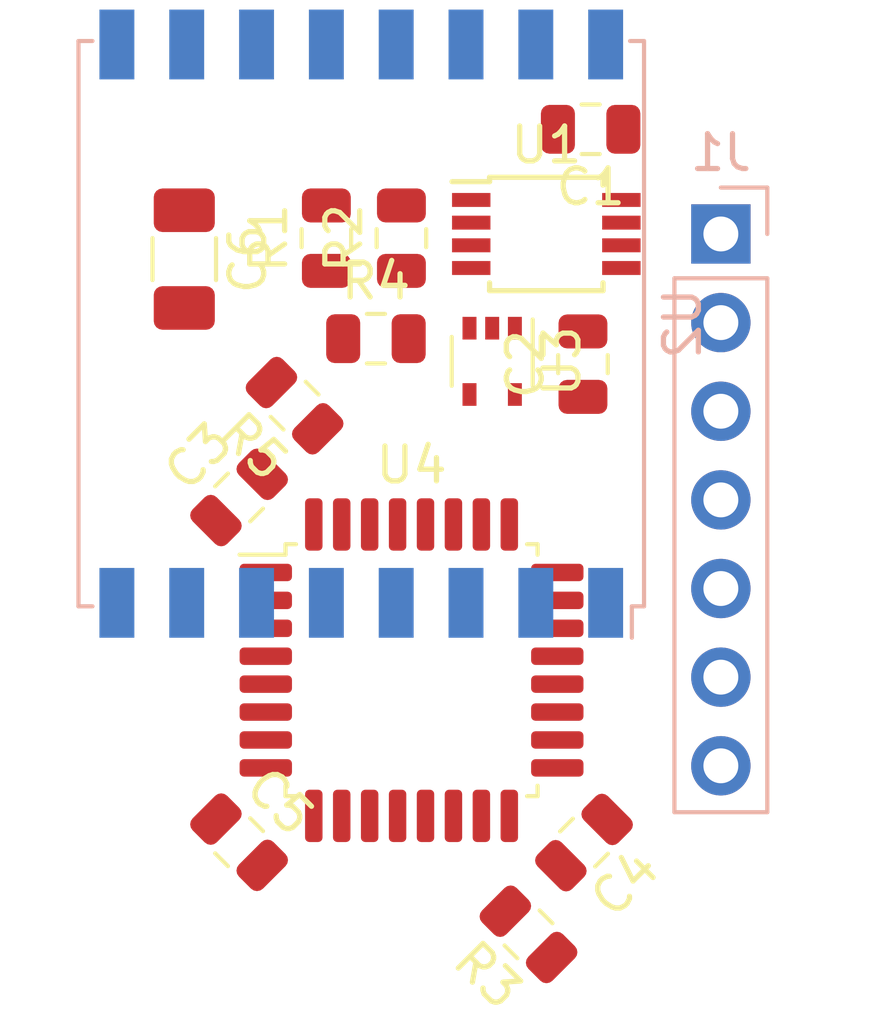
<source format=kicad_pcb>
(kicad_pcb (version 20171130) (host pcbnew 5.1.5)

  (general
    (thickness 1.6)
    (drawings 0)
    (tracks 0)
    (zones 0)
    (modules 16)
    (nets 40)
  )

  (page USLetter)
  (title_block
    (title "GL-AR750S-Ext LoRa Module")
    (date 2020-01-11)
    (rev v01)
    (company "Brian Salcedo")
  )

  (layers
    (0 F.Cu signal)
    (31 B.Cu signal)
    (32 B.Adhes user)
    (33 F.Adhes user)
    (34 B.Paste user)
    (35 F.Paste user)
    (36 B.SilkS user)
    (37 F.SilkS user)
    (38 B.Mask user)
    (39 F.Mask user)
    (40 Dwgs.User user)
    (41 Cmts.User user)
    (42 Eco1.User user)
    (43 Eco2.User user)
    (44 Edge.Cuts user)
    (45 Margin user)
    (46 B.CrtYd user)
    (47 F.CrtYd user)
    (48 B.Fab user)
    (49 F.Fab user)
  )

  (setup
    (last_trace_width 0.25)
    (trace_clearance 0.2)
    (zone_clearance 0.508)
    (zone_45_only no)
    (trace_min 0.2)
    (via_size 0.8)
    (via_drill 0.4)
    (via_min_size 0.4)
    (via_min_drill 0.3)
    (uvia_size 0.3)
    (uvia_drill 0.1)
    (uvias_allowed no)
    (uvia_min_size 0.2)
    (uvia_min_drill 0.1)
    (edge_width 0.05)
    (segment_width 0.2)
    (pcb_text_width 0.3)
    (pcb_text_size 1.5 1.5)
    (mod_edge_width 0.12)
    (mod_text_size 1 1)
    (mod_text_width 0.15)
    (pad_size 1.524 1.524)
    (pad_drill 0.762)
    (pad_to_mask_clearance 0.051)
    (solder_mask_min_width 0.25)
    (aux_axis_origin 0 0)
    (visible_elements FFFFFF7F)
    (pcbplotparams
      (layerselection 0x010fc_ffffffff)
      (usegerberextensions false)
      (usegerberattributes false)
      (usegerberadvancedattributes false)
      (creategerberjobfile false)
      (excludeedgelayer true)
      (linewidth 0.100000)
      (plotframeref false)
      (viasonmask false)
      (mode 1)
      (useauxorigin false)
      (hpglpennumber 1)
      (hpglpenspeed 20)
      (hpglpendiameter 15.000000)
      (psnegative false)
      (psa4output false)
      (plotreference true)
      (plotvalue true)
      (plotinvisibletext false)
      (padsonsilk false)
      (subtractmaskfromsilk false)
      (outputformat 1)
      (mirror false)
      (drillshape 1)
      (scaleselection 1)
      (outputdirectory ""))
  )

  (net 0 "")
  (net 1 "Net-(U1-Pad1)")
  (net 2 "Net-(R5-Pad1)")
  (net 3 "Net-(U1-Pad3)")
  (net 4 GND)
  (net 5 "Net-(U1-Pad5)")
  (net 6 /SCL)
  (net 7 /SDA)
  (net 8 +3V3)
  (net 9 "Net-(U4-Pad2)")
  (net 10 "Net-(U4-Pad3)")
  (net 11 "Net-(R4-Pad2)")
  (net 12 "Net-(U4-Pad6)")
  (net 13 "Net-(U4-Pad7)")
  (net 14 "Net-(U4-Pad8)")
  (net 15 /RESET)
  (net 16 /NSS)
  (net 17 /SCK)
  (net 18 /MISO)
  (net 19 /MOSI)
  (net 20 /DIO0)
  (net 21 /DIO2)
  (net 22 "Net-(U4-Pad18)")
  (net 23 /RXD)
  (net 24 /TXD)
  (net 25 "Net-(U4-Pad21)")
  (net 26 "Net-(U4-Pad22)")
  (net 27 "Net-(U4-Pad23)")
  (net 28 "Net-(U4-Pad24)")
  (net 29 "Net-(U4-Pad25)")
  (net 30 "Net-(U4-Pad26)")
  (net 31 "Net-(U4-Pad27)")
  (net 32 "Net-(U4-Pad28)")
  (net 33 "Net-(U4-Pad29)")
  (net 34 "Net-(U4-Pad30)")
  (net 35 "Net-(AE1-Pad1)")
  (net 36 "Net-(U2-Pad15)")
  (net 37 "Net-(U2-Pad12)")
  (net 38 "Net-(U2-Pad11)")
  (net 39 "Net-(U2-Pad7)")

  (net_class Default "This is the default net class."
    (clearance 0.2)
    (trace_width 0.25)
    (via_dia 0.8)
    (via_drill 0.4)
    (uvia_dia 0.3)
    (uvia_drill 0.1)
    (add_net +3V3)
    (add_net /DIO0)
    (add_net /DIO2)
    (add_net /MISO)
    (add_net /MOSI)
    (add_net /NSS)
    (add_net /RESET)
    (add_net /RXD)
    (add_net /SCK)
    (add_net /SCL)
    (add_net /SDA)
    (add_net /TXD)
    (add_net GND)
    (add_net "Net-(AE1-Pad1)")
    (add_net "Net-(R4-Pad2)")
    (add_net "Net-(R5-Pad1)")
    (add_net "Net-(U1-Pad1)")
    (add_net "Net-(U1-Pad3)")
    (add_net "Net-(U1-Pad5)")
    (add_net "Net-(U2-Pad11)")
    (add_net "Net-(U2-Pad12)")
    (add_net "Net-(U2-Pad15)")
    (add_net "Net-(U2-Pad7)")
    (add_net "Net-(U4-Pad18)")
    (add_net "Net-(U4-Pad2)")
    (add_net "Net-(U4-Pad21)")
    (add_net "Net-(U4-Pad22)")
    (add_net "Net-(U4-Pad23)")
    (add_net "Net-(U4-Pad24)")
    (add_net "Net-(U4-Pad25)")
    (add_net "Net-(U4-Pad26)")
    (add_net "Net-(U4-Pad27)")
    (add_net "Net-(U4-Pad28)")
    (add_net "Net-(U4-Pad29)")
    (add_net "Net-(U4-Pad3)")
    (add_net "Net-(U4-Pad30)")
    (add_net "Net-(U4-Pad6)")
    (add_net "Net-(U4-Pad7)")
    (add_net "Net-(U4-Pad8)")
  )

  (module Package_TO_SOT_SMD:SOT-353_SC-70-5 (layer F.Cu) (tedit 5A02FF57) (tstamp 5E1AD58E)
    (at 170.02 125.04 270)
    (descr "SOT-353, SC-70-5")
    (tags "SOT-353 SC-70-5")
    (path /5E282444)
    (attr smd)
    (fp_text reference U3 (at 0 -2 90) (layer F.SilkS)
      (effects (font (size 1 1) (thickness 0.15)))
    )
    (fp_text value 74AHC1G14 (at 0 2 270) (layer F.Fab)
      (effects (font (size 1 1) (thickness 0.15)))
    )
    (fp_line (start -0.175 -1.1) (end -0.675 -0.6) (layer F.Fab) (width 0.1))
    (fp_line (start 0.675 1.1) (end -0.675 1.1) (layer F.Fab) (width 0.1))
    (fp_line (start 0.675 -1.1) (end 0.675 1.1) (layer F.Fab) (width 0.1))
    (fp_line (start -1.6 1.4) (end 1.6 1.4) (layer F.CrtYd) (width 0.05))
    (fp_line (start -0.675 -0.6) (end -0.675 1.1) (layer F.Fab) (width 0.1))
    (fp_line (start 0.675 -1.1) (end -0.175 -1.1) (layer F.Fab) (width 0.1))
    (fp_line (start -1.6 -1.4) (end 1.6 -1.4) (layer F.CrtYd) (width 0.05))
    (fp_line (start -1.6 -1.4) (end -1.6 1.4) (layer F.CrtYd) (width 0.05))
    (fp_line (start 1.6 1.4) (end 1.6 -1.4) (layer F.CrtYd) (width 0.05))
    (fp_line (start -0.7 1.16) (end 0.7 1.16) (layer F.SilkS) (width 0.12))
    (fp_line (start 0.7 -1.16) (end -1.2 -1.16) (layer F.SilkS) (width 0.12))
    (fp_text user %R (at 0 0) (layer F.Fab)
      (effects (font (size 0.5 0.5) (thickness 0.075)))
    )
    (pad 5 smd rect (at 0.95 -0.65 270) (size 0.65 0.4) (layers F.Cu F.Paste F.Mask)
      (net 8 +3V3))
    (pad 4 smd rect (at 0.95 0.65 270) (size 0.65 0.4) (layers F.Cu F.Paste F.Mask)
      (net 11 "Net-(R4-Pad2)"))
    (pad 2 smd rect (at -0.95 0 270) (size 0.65 0.4) (layers F.Cu F.Paste F.Mask)
      (net 1 "Net-(U1-Pad1)"))
    (pad 3 smd rect (at -0.95 0.65 270) (size 0.65 0.4) (layers F.Cu F.Paste F.Mask)
      (net 4 GND))
    (pad 1 smd rect (at -0.95 -0.65 270) (size 0.65 0.4) (layers F.Cu F.Paste F.Mask))
    (model ${KISYS3DMOD}/Package_TO_SOT_SMD.3dshapes/SOT-353_SC-70-5.wrl
      (at (xyz 0 0 0))
      (scale (xyz 1 1 1))
      (rotate (xyz 0 0 0))
    )
  )

  (module RF_Module:HOPERF_RFM9XW_SMD (layer B.Cu) (tedit 5C227243) (tstamp 5E1AE85D)
    (at 166.27 123.96 90)
    (descr "Low Power Long Range Transceiver Module SMD-16 (https://www.hoperf.com/data/upload/portal/20181127/5bfcbea20e9ef.pdf)")
    (tags "LoRa Low Power Long Range Transceiver Module")
    (path /5E17184F)
    (attr smd)
    (fp_text reference U2 (at 0 9.2 270) (layer B.SilkS)
      (effects (font (size 1 1) (thickness 0.15)) (justify mirror))
    )
    (fp_text value RFM95W-915S2 (at 0 -9.5 270) (layer B.Fab)
      (effects (font (size 1 1) (thickness 0.15)) (justify mirror))
    )
    (fp_line (start -7 8) (end -8 7) (layer B.Fab) (width 0.1))
    (fp_line (start -8.1 7.75) (end -9 7.75) (layer B.SilkS) (width 0.12))
    (fp_line (start -8.1 8.1) (end -8.1 7.75) (layer B.SilkS) (width 0.12))
    (fp_line (start 8.1 -8.1) (end 8.1 -7.7) (layer B.SilkS) (width 0.12))
    (fp_line (start -8.1 -8.1) (end 8.1 -8.1) (layer B.SilkS) (width 0.12))
    (fp_line (start -8.1 -7.7) (end -8.1 -8.1) (layer B.SilkS) (width 0.12))
    (fp_line (start 8.1 8.1) (end 8.1 7.7) (layer B.SilkS) (width 0.12))
    (fp_line (start -8.1 8.1) (end 8.1 8.1) (layer B.SilkS) (width 0.12))
    (fp_line (start -9.25 -8.25) (end -9.25 8.25) (layer B.CrtYd) (width 0.05))
    (fp_line (start -9.25 -8.25) (end 9.25 -8.25) (layer B.CrtYd) (width 0.05))
    (fp_line (start 9.25 8.25) (end 9.25 -8.25) (layer B.CrtYd) (width 0.05))
    (fp_line (start -9.25 8.25) (end 9.25 8.25) (layer B.CrtYd) (width 0.05))
    (fp_text user %R (at 0 0 270) (layer B.Fab)
      (effects (font (size 1 1) (thickness 0.15)) (justify mirror))
    )
    (fp_line (start -8 -8) (end -8 7) (layer B.Fab) (width 0.1))
    (fp_line (start -8 -8) (end 8 -8) (layer B.Fab) (width 0.1))
    (fp_line (start 8 -8) (end 8 8) (layer B.Fab) (width 0.1))
    (fp_line (start -7 8) (end 8 8) (layer B.Fab) (width 0.1))
    (pad 16 smd rect (at 8 7 90) (size 2 1) (layers B.Cu B.Paste B.Mask)
      (net 21 /DIO2))
    (pad 15 smd rect (at 8 5 90) (size 2 1) (layers B.Cu B.Paste B.Mask)
      (net 36 "Net-(U2-Pad15)"))
    (pad 14 smd rect (at 8 3 90) (size 2 1) (layers B.Cu B.Paste B.Mask)
      (net 20 /DIO0))
    (pad 13 smd rect (at 8 1 90) (size 2 1) (layers B.Cu B.Paste B.Mask)
      (net 8 +3V3))
    (pad 12 smd rect (at 8 -1 90) (size 2 1) (layers B.Cu B.Paste B.Mask)
      (net 37 "Net-(U2-Pad12)"))
    (pad 11 smd rect (at 8 -3 90) (size 2 1) (layers B.Cu B.Paste B.Mask)
      (net 38 "Net-(U2-Pad11)"))
    (pad 10 smd rect (at 8 -5 90) (size 2 1) (layers B.Cu B.Paste B.Mask)
      (net 4 GND))
    (pad 9 smd rect (at 8 -7 90) (size 2 1) (layers B.Cu B.Paste B.Mask)
      (net 35 "Net-(AE1-Pad1)"))
    (pad 8 smd rect (at -8 -7 90) (size 2 1) (layers B.Cu B.Paste B.Mask)
      (net 4 GND))
    (pad 7 smd rect (at -8 -5 90) (size 2 1) (layers B.Cu B.Paste B.Mask)
      (net 39 "Net-(U2-Pad7)"))
    (pad 6 smd rect (at -8 -3 90) (size 2 1) (layers B.Cu B.Paste B.Mask)
      (net 15 /RESET))
    (pad 5 smd rect (at -8 -1 90) (size 2 1) (layers B.Cu B.Paste B.Mask)
      (net 16 /NSS))
    (pad 4 smd rect (at -8 1 90) (size 2 1) (layers B.Cu B.Paste B.Mask)
      (net 17 /SCK))
    (pad 3 smd rect (at -8 3 90) (size 2 1) (layers B.Cu B.Paste B.Mask)
      (net 19 /MOSI))
    (pad 2 smd rect (at -8 5 90) (size 2 1) (layers B.Cu B.Paste B.Mask)
      (net 18 /MISO))
    (pad 1 smd rect (at -8 7 90) (size 2 1) (layers B.Cu B.Paste B.Mask)
      (net 4 GND))
    (model ${KISYS3DMOD}/RF_Module.3dshapes/HOPERF_RFM9XW_SMD.wrl
      (at (xyz 0 0 0))
      (scale (xyz 1 1 1))
      (rotate (xyz 0 0 0))
    )
  )

  (module Resistor_SMD:R_0805_2012Metric (layer F.Cu) (tedit 5B36C52B) (tstamp 5E1AD51C)
    (at 164.36 126.31 135)
    (descr "Resistor SMD 0805 (2012 Metric), square (rectangular) end terminal, IPC_7351 nominal, (Body size source: https://docs.google.com/spreadsheets/d/1BsfQQcO9C6DZCsRaXUlFlo91Tg2WpOkGARC1WS5S8t0/edit?usp=sharing), generated with kicad-footprint-generator")
    (tags resistor)
    (path /5E288BE1)
    (attr smd)
    (fp_text reference R5 (at 0 -1.65 135) (layer F.SilkS)
      (effects (font (size 1 1) (thickness 0.15)))
    )
    (fp_text value 100K (at 0 1.65 135) (layer F.Fab)
      (effects (font (size 1 1) (thickness 0.15)))
    )
    (fp_text user %R (at 0 0 135) (layer F.Fab)
      (effects (font (size 0.5 0.5) (thickness 0.08)))
    )
    (fp_line (start 1.68 0.95) (end -1.68 0.95) (layer F.CrtYd) (width 0.05))
    (fp_line (start 1.68 -0.95) (end 1.68 0.95) (layer F.CrtYd) (width 0.05))
    (fp_line (start -1.68 -0.95) (end 1.68 -0.95) (layer F.CrtYd) (width 0.05))
    (fp_line (start -1.68 0.95) (end -1.68 -0.95) (layer F.CrtYd) (width 0.05))
    (fp_line (start -0.258578 0.71) (end 0.258578 0.71) (layer F.SilkS) (width 0.12))
    (fp_line (start -0.258578 -0.71) (end 0.258578 -0.71) (layer F.SilkS) (width 0.12))
    (fp_line (start 1 0.6) (end -1 0.6) (layer F.Fab) (width 0.1))
    (fp_line (start 1 -0.6) (end 1 0.6) (layer F.Fab) (width 0.1))
    (fp_line (start -1 -0.6) (end 1 -0.6) (layer F.Fab) (width 0.1))
    (fp_line (start -1 0.6) (end -1 -0.6) (layer F.Fab) (width 0.1))
    (pad 2 smd roundrect (at 0.9375 0 135) (size 0.975 1.4) (layers F.Cu F.Paste F.Mask) (roundrect_rratio 0.25)
      (net 4 GND))
    (pad 1 smd roundrect (at -0.9375 0 135) (size 0.975 1.4) (layers F.Cu F.Paste F.Mask) (roundrect_rratio 0.25)
      (net 2 "Net-(R5-Pad1)"))
    (model ${KISYS3DMOD}/Resistor_SMD.3dshapes/R_0805_2012Metric.wrl
      (at (xyz 0 0 0))
      (scale (xyz 1 1 1))
      (rotate (xyz 0 0 0))
    )
  )

  (module Resistor_SMD:R_0805_2012Metric (layer F.Cu) (tedit 5B36C52B) (tstamp 5E1AD50B)
    (at 166.69 124.39)
    (descr "Resistor SMD 0805 (2012 Metric), square (rectangular) end terminal, IPC_7351 nominal, (Body size source: https://docs.google.com/spreadsheets/d/1BsfQQcO9C6DZCsRaXUlFlo91Tg2WpOkGARC1WS5S8t0/edit?usp=sharing), generated with kicad-footprint-generator")
    (tags resistor)
    (path /5E286C6F)
    (attr smd)
    (fp_text reference R4 (at 0 -1.65) (layer F.SilkS)
      (effects (font (size 1 1) (thickness 0.15)))
    )
    (fp_text value 100K (at 0 1.65) (layer F.Fab)
      (effects (font (size 1 1) (thickness 0.15)))
    )
    (fp_text user %R (at 0 0) (layer F.Fab)
      (effects (font (size 0.5 0.5) (thickness 0.08)))
    )
    (fp_line (start 1.68 0.95) (end -1.68 0.95) (layer F.CrtYd) (width 0.05))
    (fp_line (start 1.68 -0.95) (end 1.68 0.95) (layer F.CrtYd) (width 0.05))
    (fp_line (start -1.68 -0.95) (end 1.68 -0.95) (layer F.CrtYd) (width 0.05))
    (fp_line (start -1.68 0.95) (end -1.68 -0.95) (layer F.CrtYd) (width 0.05))
    (fp_line (start -0.258578 0.71) (end 0.258578 0.71) (layer F.SilkS) (width 0.12))
    (fp_line (start -0.258578 -0.71) (end 0.258578 -0.71) (layer F.SilkS) (width 0.12))
    (fp_line (start 1 0.6) (end -1 0.6) (layer F.Fab) (width 0.1))
    (fp_line (start 1 -0.6) (end 1 0.6) (layer F.Fab) (width 0.1))
    (fp_line (start -1 -0.6) (end 1 -0.6) (layer F.Fab) (width 0.1))
    (fp_line (start -1 0.6) (end -1 -0.6) (layer F.Fab) (width 0.1))
    (pad 2 smd roundrect (at 0.9375 0) (size 0.975 1.4) (layers F.Cu F.Paste F.Mask) (roundrect_rratio 0.25)
      (net 11 "Net-(R4-Pad2)"))
    (pad 1 smd roundrect (at -0.9375 0) (size 0.975 1.4) (layers F.Cu F.Paste F.Mask) (roundrect_rratio 0.25)
      (net 8 +3V3))
    (model ${KISYS3DMOD}/Resistor_SMD.3dshapes/R_0805_2012Metric.wrl
      (at (xyz 0 0 0))
      (scale (xyz 1 1 1))
      (rotate (xyz 0 0 0))
    )
  )

  (module Resistor_SMD:R_0805_2012Metric (layer F.Cu) (tedit 5B36C52B) (tstamp 5E1AD4FA)
    (at 171.06 141.46 135)
    (descr "Resistor SMD 0805 (2012 Metric), square (rectangular) end terminal, IPC_7351 nominal, (Body size source: https://docs.google.com/spreadsheets/d/1BsfQQcO9C6DZCsRaXUlFlo91Tg2WpOkGARC1WS5S8t0/edit?usp=sharing), generated with kicad-footprint-generator")
    (tags resistor)
    (path /5E1D8082)
    (attr smd)
    (fp_text reference R3 (at 0 -1.65 135) (layer F.SilkS)
      (effects (font (size 1 1) (thickness 0.15)))
    )
    (fp_text value 100K (at 0 1.65 135) (layer F.Fab)
      (effects (font (size 1 1) (thickness 0.15)))
    )
    (fp_text user %R (at 0 0 135) (layer F.Fab)
      (effects (font (size 0.5 0.5) (thickness 0.08)))
    )
    (fp_line (start 1.68 0.95) (end -1.68 0.95) (layer F.CrtYd) (width 0.05))
    (fp_line (start 1.68 -0.95) (end 1.68 0.95) (layer F.CrtYd) (width 0.05))
    (fp_line (start -1.68 -0.95) (end 1.68 -0.95) (layer F.CrtYd) (width 0.05))
    (fp_line (start -1.68 0.95) (end -1.68 -0.95) (layer F.CrtYd) (width 0.05))
    (fp_line (start -0.258578 0.71) (end 0.258578 0.71) (layer F.SilkS) (width 0.12))
    (fp_line (start -0.258578 -0.71) (end 0.258578 -0.71) (layer F.SilkS) (width 0.12))
    (fp_line (start 1 0.6) (end -1 0.6) (layer F.Fab) (width 0.1))
    (fp_line (start 1 -0.6) (end 1 0.6) (layer F.Fab) (width 0.1))
    (fp_line (start -1 -0.6) (end 1 -0.6) (layer F.Fab) (width 0.1))
    (fp_line (start -1 0.6) (end -1 -0.6) (layer F.Fab) (width 0.1))
    (pad 2 smd roundrect (at 0.9375 0 135) (size 0.975 1.4) (layers F.Cu F.Paste F.Mask) (roundrect_rratio 0.25)
      (net 16 /NSS))
    (pad 1 smd roundrect (at -0.9375 0 135) (size 0.975 1.4) (layers F.Cu F.Paste F.Mask) (roundrect_rratio 0.25)
      (net 8 +3V3))
    (model ${KISYS3DMOD}/Resistor_SMD.3dshapes/R_0805_2012Metric.wrl
      (at (xyz 0 0 0))
      (scale (xyz 1 1 1))
      (rotate (xyz 0 0 0))
    )
  )

  (module Resistor_SMD:R_0805_2012Metric (layer F.Cu) (tedit 5B36C52B) (tstamp 5E1AF0FB)
    (at 167.42 121.51 90)
    (descr "Resistor SMD 0805 (2012 Metric), square (rectangular) end terminal, IPC_7351 nominal, (Body size source: https://docs.google.com/spreadsheets/d/1BsfQQcO9C6DZCsRaXUlFlo91Tg2WpOkGARC1WS5S8t0/edit?usp=sharing), generated with kicad-footprint-generator")
    (tags resistor)
    (path /5E318361)
    (attr smd)
    (fp_text reference R2 (at 0 -1.65 90) (layer F.SilkS)
      (effects (font (size 1 1) (thickness 0.15)))
    )
    (fp_text value 10K (at 0 1.65 90) (layer F.Fab)
      (effects (font (size 1 1) (thickness 0.15)))
    )
    (fp_text user %R (at 0 0 90) (layer F.Fab)
      (effects (font (size 0.5 0.5) (thickness 0.08)))
    )
    (fp_line (start 1.68 0.95) (end -1.68 0.95) (layer F.CrtYd) (width 0.05))
    (fp_line (start 1.68 -0.95) (end 1.68 0.95) (layer F.CrtYd) (width 0.05))
    (fp_line (start -1.68 -0.95) (end 1.68 -0.95) (layer F.CrtYd) (width 0.05))
    (fp_line (start -1.68 0.95) (end -1.68 -0.95) (layer F.CrtYd) (width 0.05))
    (fp_line (start -0.258578 0.71) (end 0.258578 0.71) (layer F.SilkS) (width 0.12))
    (fp_line (start -0.258578 -0.71) (end 0.258578 -0.71) (layer F.SilkS) (width 0.12))
    (fp_line (start 1 0.6) (end -1 0.6) (layer F.Fab) (width 0.1))
    (fp_line (start 1 -0.6) (end 1 0.6) (layer F.Fab) (width 0.1))
    (fp_line (start -1 -0.6) (end 1 -0.6) (layer F.Fab) (width 0.1))
    (fp_line (start -1 0.6) (end -1 -0.6) (layer F.Fab) (width 0.1))
    (pad 2 smd roundrect (at 0.9375 0 90) (size 0.975 1.4) (layers F.Cu F.Paste F.Mask) (roundrect_rratio 0.25)
      (net 6 /SCL))
    (pad 1 smd roundrect (at -0.9375 0 90) (size 0.975 1.4) (layers F.Cu F.Paste F.Mask) (roundrect_rratio 0.25)
      (net 8 +3V3))
    (model ${KISYS3DMOD}/Resistor_SMD.3dshapes/R_0805_2012Metric.wrl
      (at (xyz 0 0 0))
      (scale (xyz 1 1 1))
      (rotate (xyz 0 0 0))
    )
  )

  (module Resistor_SMD:R_0805_2012Metric (layer F.Cu) (tedit 5B36C52B) (tstamp 5E1AD4D8)
    (at 165.27 121.51 90)
    (descr "Resistor SMD 0805 (2012 Metric), square (rectangular) end terminal, IPC_7351 nominal, (Body size source: https://docs.google.com/spreadsheets/d/1BsfQQcO9C6DZCsRaXUlFlo91Tg2WpOkGARC1WS5S8t0/edit?usp=sharing), generated with kicad-footprint-generator")
    (tags resistor)
    (path /5E318588)
    (attr smd)
    (fp_text reference R1 (at 0 -1.65 90) (layer F.SilkS)
      (effects (font (size 1 1) (thickness 0.15)))
    )
    (fp_text value 10K (at 0 1.65 90) (layer F.Fab)
      (effects (font (size 1 1) (thickness 0.15)))
    )
    (fp_text user %R (at 0 0 90) (layer F.Fab)
      (effects (font (size 0.5 0.5) (thickness 0.08)))
    )
    (fp_line (start 1.68 0.95) (end -1.68 0.95) (layer F.CrtYd) (width 0.05))
    (fp_line (start 1.68 -0.95) (end 1.68 0.95) (layer F.CrtYd) (width 0.05))
    (fp_line (start -1.68 -0.95) (end 1.68 -0.95) (layer F.CrtYd) (width 0.05))
    (fp_line (start -1.68 0.95) (end -1.68 -0.95) (layer F.CrtYd) (width 0.05))
    (fp_line (start -0.258578 0.71) (end 0.258578 0.71) (layer F.SilkS) (width 0.12))
    (fp_line (start -0.258578 -0.71) (end 0.258578 -0.71) (layer F.SilkS) (width 0.12))
    (fp_line (start 1 0.6) (end -1 0.6) (layer F.Fab) (width 0.1))
    (fp_line (start 1 -0.6) (end 1 0.6) (layer F.Fab) (width 0.1))
    (fp_line (start -1 -0.6) (end 1 -0.6) (layer F.Fab) (width 0.1))
    (fp_line (start -1 0.6) (end -1 -0.6) (layer F.Fab) (width 0.1))
    (pad 2 smd roundrect (at 0.9375 0 90) (size 0.975 1.4) (layers F.Cu F.Paste F.Mask) (roundrect_rratio 0.25)
      (net 7 /SDA))
    (pad 1 smd roundrect (at -0.9375 0 90) (size 0.975 1.4) (layers F.Cu F.Paste F.Mask) (roundrect_rratio 0.25)
      (net 8 +3V3))
    (model ${KISYS3DMOD}/Resistor_SMD.3dshapes/R_0805_2012Metric.wrl
      (at (xyz 0 0 0))
      (scale (xyz 1 1 1))
      (rotate (xyz 0 0 0))
    )
  )

  (module Connector_PinHeader_2.54mm:PinHeader_1x07_P2.54mm_Vertical (layer B.Cu) (tedit 59FED5CC) (tstamp 5E1AD4C7)
    (at 176.57 121.39 180)
    (descr "Through hole straight pin header, 1x07, 2.54mm pitch, single row")
    (tags "Through hole pin header THT 1x07 2.54mm single row")
    (path /5E16C7B5)
    (fp_text reference J1 (at 0 2.33) (layer B.SilkS)
      (effects (font (size 1 1) (thickness 0.15)) (justify mirror))
    )
    (fp_text value GL-AR750S (at 0 -17.57) (layer B.Fab)
      (effects (font (size 1 1) (thickness 0.15)) (justify mirror))
    )
    (fp_text user %R (at 0 -7.62 270) (layer B.Fab)
      (effects (font (size 1 1) (thickness 0.15)) (justify mirror))
    )
    (fp_line (start 1.8 1.8) (end -1.8 1.8) (layer B.CrtYd) (width 0.05))
    (fp_line (start 1.8 -17.05) (end 1.8 1.8) (layer B.CrtYd) (width 0.05))
    (fp_line (start -1.8 -17.05) (end 1.8 -17.05) (layer B.CrtYd) (width 0.05))
    (fp_line (start -1.8 1.8) (end -1.8 -17.05) (layer B.CrtYd) (width 0.05))
    (fp_line (start -1.33 1.33) (end 0 1.33) (layer B.SilkS) (width 0.12))
    (fp_line (start -1.33 0) (end -1.33 1.33) (layer B.SilkS) (width 0.12))
    (fp_line (start -1.33 -1.27) (end 1.33 -1.27) (layer B.SilkS) (width 0.12))
    (fp_line (start 1.33 -1.27) (end 1.33 -16.57) (layer B.SilkS) (width 0.12))
    (fp_line (start -1.33 -1.27) (end -1.33 -16.57) (layer B.SilkS) (width 0.12))
    (fp_line (start -1.33 -16.57) (end 1.33 -16.57) (layer B.SilkS) (width 0.12))
    (fp_line (start -1.27 0.635) (end -0.635 1.27) (layer B.Fab) (width 0.1))
    (fp_line (start -1.27 -16.51) (end -1.27 0.635) (layer B.Fab) (width 0.1))
    (fp_line (start 1.27 -16.51) (end -1.27 -16.51) (layer B.Fab) (width 0.1))
    (fp_line (start 1.27 1.27) (end 1.27 -16.51) (layer B.Fab) (width 0.1))
    (fp_line (start -0.635 1.27) (end 1.27 1.27) (layer B.Fab) (width 0.1))
    (pad 7 thru_hole oval (at 0 -15.24 180) (size 1.7 1.7) (drill 1) (layers *.Cu *.Mask)
      (net 4 GND))
    (pad 6 thru_hole oval (at 0 -12.7 180) (size 1.7 1.7) (drill 1) (layers *.Cu *.Mask)
      (net 23 /RXD))
    (pad 5 thru_hole oval (at 0 -10.16 180) (size 1.7 1.7) (drill 1) (layers *.Cu *.Mask)
      (net 24 /TXD))
    (pad 4 thru_hole oval (at 0 -7.62 180) (size 1.7 1.7) (drill 1) (layers *.Cu *.Mask)
      (net 4 GND))
    (pad 3 thru_hole oval (at 0 -5.08 180) (size 1.7 1.7) (drill 1) (layers *.Cu *.Mask)
      (net 7 /SDA))
    (pad 2 thru_hole oval (at 0 -2.54 180) (size 1.7 1.7) (drill 1) (layers *.Cu *.Mask)
      (net 6 /SCL))
    (pad 1 thru_hole rect (at 0 0 180) (size 1.7 1.7) (drill 1) (layers *.Cu *.Mask)
      (net 8 +3V3))
    (model ${KISYS3DMOD}/Connector_PinHeader_2.54mm.3dshapes/PinHeader_1x07_P2.54mm_Vertical.wrl
      (at (xyz 0 0 0))
      (scale (xyz 1 1 1))
      (rotate (xyz 0 0 0))
    )
  )

  (module Capacitor_SMD:C_1206_3216Metric (layer F.Cu) (tedit 5B301BBE) (tstamp 5E1AFAEA)
    (at 161.2 122.11 270)
    (descr "Capacitor SMD 1206 (3216 Metric), square (rectangular) end terminal, IPC_7351 nominal, (Body size source: http://www.tortai-tech.com/upload/download/2011102023233369053.pdf), generated with kicad-footprint-generator")
    (tags capacitor)
    (path /5E32F115)
    (attr smd)
    (fp_text reference C6 (at 0 -1.82 90) (layer F.SilkS)
      (effects (font (size 1 1) (thickness 0.15)))
    )
    (fp_text value 10uF (at 0 1.82 90) (layer F.Fab)
      (effects (font (size 1 1) (thickness 0.15)))
    )
    (fp_text user %R (at 0 0 90) (layer F.Fab)
      (effects (font (size 0.8 0.8) (thickness 0.12)))
    )
    (fp_line (start 2.28 1.12) (end -2.28 1.12) (layer F.CrtYd) (width 0.05))
    (fp_line (start 2.28 -1.12) (end 2.28 1.12) (layer F.CrtYd) (width 0.05))
    (fp_line (start -2.28 -1.12) (end 2.28 -1.12) (layer F.CrtYd) (width 0.05))
    (fp_line (start -2.28 1.12) (end -2.28 -1.12) (layer F.CrtYd) (width 0.05))
    (fp_line (start -0.602064 0.91) (end 0.602064 0.91) (layer F.SilkS) (width 0.12))
    (fp_line (start -0.602064 -0.91) (end 0.602064 -0.91) (layer F.SilkS) (width 0.12))
    (fp_line (start 1.6 0.8) (end -1.6 0.8) (layer F.Fab) (width 0.1))
    (fp_line (start 1.6 -0.8) (end 1.6 0.8) (layer F.Fab) (width 0.1))
    (fp_line (start -1.6 -0.8) (end 1.6 -0.8) (layer F.Fab) (width 0.1))
    (fp_line (start -1.6 0.8) (end -1.6 -0.8) (layer F.Fab) (width 0.1))
    (pad 2 smd roundrect (at 1.4 0 270) (size 1.25 1.75) (layers F.Cu F.Paste F.Mask) (roundrect_rratio 0.2)
      (net 4 GND))
    (pad 1 smd roundrect (at -1.4 0 270) (size 1.25 1.75) (layers F.Cu F.Paste F.Mask) (roundrect_rratio 0.2)
      (net 8 +3V3))
    (model ${KISYS3DMOD}/Capacitor_SMD.3dshapes/C_1206_3216Metric.wrl
      (at (xyz 0 0 0))
      (scale (xyz 1 1 1))
      (rotate (xyz 0 0 0))
    )
  )

  (module Capacitor_SMD:C_0805_2012Metric (layer F.Cu) (tedit 5B36C52B) (tstamp 5E1AD49B)
    (at 162.77 138.82 315)
    (descr "Capacitor SMD 0805 (2012 Metric), square (rectangular) end terminal, IPC_7351 nominal, (Body size source: https://docs.google.com/spreadsheets/d/1BsfQQcO9C6DZCsRaXUlFlo91Tg2WpOkGARC1WS5S8t0/edit?usp=sharing), generated with kicad-footprint-generator")
    (tags capacitor)
    (path /5E32EE6B)
    (attr smd)
    (fp_text reference C5 (at 0 -1.65 135) (layer F.SilkS)
      (effects (font (size 1 1) (thickness 0.15)))
    )
    (fp_text value 0.1uF (at 0 1.65 135) (layer F.Fab)
      (effects (font (size 1 1) (thickness 0.15)))
    )
    (fp_text user %R (at 0 0 135) (layer F.Fab)
      (effects (font (size 0.5 0.5) (thickness 0.08)))
    )
    (fp_line (start 1.68 0.95) (end -1.68 0.95) (layer F.CrtYd) (width 0.05))
    (fp_line (start 1.68 -0.95) (end 1.68 0.95) (layer F.CrtYd) (width 0.05))
    (fp_line (start -1.68 -0.95) (end 1.68 -0.95) (layer F.CrtYd) (width 0.05))
    (fp_line (start -1.68 0.95) (end -1.68 -0.95) (layer F.CrtYd) (width 0.05))
    (fp_line (start -0.258578 0.71) (end 0.258578 0.71) (layer F.SilkS) (width 0.12))
    (fp_line (start -0.258578 -0.71) (end 0.258578 -0.71) (layer F.SilkS) (width 0.12))
    (fp_line (start 1 0.6) (end -1 0.6) (layer F.Fab) (width 0.1))
    (fp_line (start 1 -0.6) (end 1 0.6) (layer F.Fab) (width 0.1))
    (fp_line (start -1 -0.6) (end 1 -0.6) (layer F.Fab) (width 0.1))
    (fp_line (start -1 0.6) (end -1 -0.6) (layer F.Fab) (width 0.1))
    (pad 2 smd roundrect (at 0.9375 0 315) (size 0.975 1.4) (layers F.Cu F.Paste F.Mask) (roundrect_rratio 0.25)
      (net 4 GND))
    (pad 1 smd roundrect (at -0.9375 0 315) (size 0.975 1.4) (layers F.Cu F.Paste F.Mask) (roundrect_rratio 0.25)
      (net 8 +3V3))
    (model ${KISYS3DMOD}/Capacitor_SMD.3dshapes/C_0805_2012Metric.wrl
      (at (xyz 0 0 0))
      (scale (xyz 1 1 1))
      (rotate (xyz 0 0 0))
    )
  )

  (module Capacitor_SMD:C_0805_2012Metric (layer F.Cu) (tedit 5B36C52B) (tstamp 5E1AF767)
    (at 172.65 138.83 225)
    (descr "Capacitor SMD 0805 (2012 Metric), square (rectangular) end terminal, IPC_7351 nominal, (Body size source: https://docs.google.com/spreadsheets/d/1BsfQQcO9C6DZCsRaXUlFlo91Tg2WpOkGARC1WS5S8t0/edit?usp=sharing), generated with kicad-footprint-generator")
    (tags capacitor)
    (path /5E32EC05)
    (attr smd)
    (fp_text reference C4 (at 0 -1.65 45) (layer F.SilkS)
      (effects (font (size 1 1) (thickness 0.15)))
    )
    (fp_text value 0.1uF (at 0 1.65 45) (layer F.Fab)
      (effects (font (size 1 1) (thickness 0.15)))
    )
    (fp_text user %R (at 0 0 45) (layer F.Fab)
      (effects (font (size 0.5 0.5) (thickness 0.08)))
    )
    (fp_line (start 1.68 0.95) (end -1.68 0.95) (layer F.CrtYd) (width 0.05))
    (fp_line (start 1.68 -0.95) (end 1.68 0.95) (layer F.CrtYd) (width 0.05))
    (fp_line (start -1.68 -0.95) (end 1.68 -0.95) (layer F.CrtYd) (width 0.05))
    (fp_line (start -1.68 0.95) (end -1.68 -0.95) (layer F.CrtYd) (width 0.05))
    (fp_line (start -0.258578 0.71) (end 0.258578 0.71) (layer F.SilkS) (width 0.12))
    (fp_line (start -0.258578 -0.71) (end 0.258578 -0.71) (layer F.SilkS) (width 0.12))
    (fp_line (start 1 0.6) (end -1 0.6) (layer F.Fab) (width 0.1))
    (fp_line (start 1 -0.6) (end 1 0.6) (layer F.Fab) (width 0.1))
    (fp_line (start -1 -0.6) (end 1 -0.6) (layer F.Fab) (width 0.1))
    (fp_line (start -1 0.6) (end -1 -0.6) (layer F.Fab) (width 0.1))
    (pad 2 smd roundrect (at 0.9375 0 225) (size 0.975 1.4) (layers F.Cu F.Paste F.Mask) (roundrect_rratio 0.25)
      (net 4 GND))
    (pad 1 smd roundrect (at -0.9375 0 225) (size 0.975 1.4) (layers F.Cu F.Paste F.Mask) (roundrect_rratio 0.25)
      (net 8 +3V3))
    (model ${KISYS3DMOD}/Capacitor_SMD.3dshapes/C_0805_2012Metric.wrl
      (at (xyz 0 0 0))
      (scale (xyz 1 1 1))
      (rotate (xyz 0 0 0))
    )
  )

  (module Capacitor_SMD:C_0805_2012Metric (layer F.Cu) (tedit 5B36C52B) (tstamp 5E1AD479)
    (at 162.77 128.94 45)
    (descr "Capacitor SMD 0805 (2012 Metric), square (rectangular) end terminal, IPC_7351 nominal, (Body size source: https://docs.google.com/spreadsheets/d/1BsfQQcO9C6DZCsRaXUlFlo91Tg2WpOkGARC1WS5S8t0/edit?usp=sharing), generated with kicad-footprint-generator")
    (tags capacitor)
    (path /5E300AFF)
    (attr smd)
    (fp_text reference C3 (at 0 -1.65 45) (layer F.SilkS)
      (effects (font (size 1 1) (thickness 0.15)))
    )
    (fp_text value 0.1uF (at 0 1.65 45) (layer F.Fab)
      (effects (font (size 1 1) (thickness 0.15)))
    )
    (fp_text user %R (at 0 0 45) (layer F.Fab)
      (effects (font (size 0.5 0.5) (thickness 0.08)))
    )
    (fp_line (start 1.68 0.95) (end -1.68 0.95) (layer F.CrtYd) (width 0.05))
    (fp_line (start 1.68 -0.95) (end 1.68 0.95) (layer F.CrtYd) (width 0.05))
    (fp_line (start -1.68 -0.95) (end 1.68 -0.95) (layer F.CrtYd) (width 0.05))
    (fp_line (start -1.68 0.95) (end -1.68 -0.95) (layer F.CrtYd) (width 0.05))
    (fp_line (start -0.258578 0.71) (end 0.258578 0.71) (layer F.SilkS) (width 0.12))
    (fp_line (start -0.258578 -0.71) (end 0.258578 -0.71) (layer F.SilkS) (width 0.12))
    (fp_line (start 1 0.6) (end -1 0.6) (layer F.Fab) (width 0.1))
    (fp_line (start 1 -0.6) (end 1 0.6) (layer F.Fab) (width 0.1))
    (fp_line (start -1 -0.6) (end 1 -0.6) (layer F.Fab) (width 0.1))
    (fp_line (start -1 0.6) (end -1 -0.6) (layer F.Fab) (width 0.1))
    (pad 2 smd roundrect (at 0.9375 0 45) (size 0.975 1.4) (layers F.Cu F.Paste F.Mask) (roundrect_rratio 0.25)
      (net 4 GND))
    (pad 1 smd roundrect (at -0.9375 0 45) (size 0.975 1.4) (layers F.Cu F.Paste F.Mask) (roundrect_rratio 0.25)
      (net 8 +3V3))
    (model ${KISYS3DMOD}/Capacitor_SMD.3dshapes/C_0805_2012Metric.wrl
      (at (xyz 0 0 0))
      (scale (xyz 1 1 1))
      (rotate (xyz 0 0 0))
    )
  )

  (module Capacitor_SMD:C_0805_2012Metric (layer F.Cu) (tedit 5B36C52B) (tstamp 5E1AD468)
    (at 172.62 125.12 90)
    (descr "Capacitor SMD 0805 (2012 Metric), square (rectangular) end terminal, IPC_7351 nominal, (Body size source: https://docs.google.com/spreadsheets/d/1BsfQQcO9C6DZCsRaXUlFlo91Tg2WpOkGARC1WS5S8t0/edit?usp=sharing), generated with kicad-footprint-generator")
    (tags capacitor)
    (path /5E300751)
    (attr smd)
    (fp_text reference C2 (at 0 -1.65 90) (layer F.SilkS)
      (effects (font (size 1 1) (thickness 0.15)))
    )
    (fp_text value 0.1uF (at 0 1.65 90) (layer F.Fab)
      (effects (font (size 1 1) (thickness 0.15)))
    )
    (fp_text user %R (at 0 0 90) (layer F.Fab)
      (effects (font (size 0.5 0.5) (thickness 0.08)))
    )
    (fp_line (start 1.68 0.95) (end -1.68 0.95) (layer F.CrtYd) (width 0.05))
    (fp_line (start 1.68 -0.95) (end 1.68 0.95) (layer F.CrtYd) (width 0.05))
    (fp_line (start -1.68 -0.95) (end 1.68 -0.95) (layer F.CrtYd) (width 0.05))
    (fp_line (start -1.68 0.95) (end -1.68 -0.95) (layer F.CrtYd) (width 0.05))
    (fp_line (start -0.258578 0.71) (end 0.258578 0.71) (layer F.SilkS) (width 0.12))
    (fp_line (start -0.258578 -0.71) (end 0.258578 -0.71) (layer F.SilkS) (width 0.12))
    (fp_line (start 1 0.6) (end -1 0.6) (layer F.Fab) (width 0.1))
    (fp_line (start 1 -0.6) (end 1 0.6) (layer F.Fab) (width 0.1))
    (fp_line (start -1 -0.6) (end 1 -0.6) (layer F.Fab) (width 0.1))
    (fp_line (start -1 0.6) (end -1 -0.6) (layer F.Fab) (width 0.1))
    (pad 2 smd roundrect (at 0.9375 0 90) (size 0.975 1.4) (layers F.Cu F.Paste F.Mask) (roundrect_rratio 0.25)
      (net 4 GND))
    (pad 1 smd roundrect (at -0.9375 0 90) (size 0.975 1.4) (layers F.Cu F.Paste F.Mask) (roundrect_rratio 0.25)
      (net 8 +3V3))
    (model ${KISYS3DMOD}/Capacitor_SMD.3dshapes/C_0805_2012Metric.wrl
      (at (xyz 0 0 0))
      (scale (xyz 1 1 1))
      (rotate (xyz 0 0 0))
    )
  )

  (module Capacitor_SMD:C_0805_2012Metric (layer F.Cu) (tedit 5B36C52B) (tstamp 5E1AE587)
    (at 172.84 118.39 180)
    (descr "Capacitor SMD 0805 (2012 Metric), square (rectangular) end terminal, IPC_7351 nominal, (Body size source: https://docs.google.com/spreadsheets/d/1BsfQQcO9C6DZCsRaXUlFlo91Tg2WpOkGARC1WS5S8t0/edit?usp=sharing), generated with kicad-footprint-generator")
    (tags capacitor)
    (path /5E3003B1)
    (attr smd)
    (fp_text reference C1 (at 0 -1.65) (layer F.SilkS)
      (effects (font (size 1 1) (thickness 0.15)))
    )
    (fp_text value 0.1uF (at 0 1.65) (layer F.Fab)
      (effects (font (size 1 1) (thickness 0.15)))
    )
    (fp_text user %R (at 0 0) (layer F.Fab)
      (effects (font (size 0.5 0.5) (thickness 0.08)))
    )
    (fp_line (start 1.68 0.95) (end -1.68 0.95) (layer F.CrtYd) (width 0.05))
    (fp_line (start 1.68 -0.95) (end 1.68 0.95) (layer F.CrtYd) (width 0.05))
    (fp_line (start -1.68 -0.95) (end 1.68 -0.95) (layer F.CrtYd) (width 0.05))
    (fp_line (start -1.68 0.95) (end -1.68 -0.95) (layer F.CrtYd) (width 0.05))
    (fp_line (start -0.258578 0.71) (end 0.258578 0.71) (layer F.SilkS) (width 0.12))
    (fp_line (start -0.258578 -0.71) (end 0.258578 -0.71) (layer F.SilkS) (width 0.12))
    (fp_line (start 1 0.6) (end -1 0.6) (layer F.Fab) (width 0.1))
    (fp_line (start 1 -0.6) (end 1 0.6) (layer F.Fab) (width 0.1))
    (fp_line (start -1 -0.6) (end 1 -0.6) (layer F.Fab) (width 0.1))
    (fp_line (start -1 0.6) (end -1 -0.6) (layer F.Fab) (width 0.1))
    (pad 2 smd roundrect (at 0.9375 0 180) (size 0.975 1.4) (layers F.Cu F.Paste F.Mask) (roundrect_rratio 0.25)
      (net 4 GND))
    (pad 1 smd roundrect (at -0.9375 0 180) (size 0.975 1.4) (layers F.Cu F.Paste F.Mask) (roundrect_rratio 0.25)
      (net 8 +3V3))
    (model ${KISYS3DMOD}/Capacitor_SMD.3dshapes/C_0805_2012Metric.wrl
      (at (xyz 0 0 0))
      (scale (xyz 1 1 1))
      (rotate (xyz 0 0 0))
    )
  )

  (module Package_SO:TSSOP-8_3x3mm_P0.65mm (layer F.Cu) (tedit 5A02F25C) (tstamp 5E1ADD17)
    (at 171.57 121.39)
    (descr "TSSOP8: plastic thin shrink small outline package; 8 leads; body width 3 mm; (see NXP SSOP-TSSOP-VSO-REFLOW.pdf and sot505-1_po.pdf)")
    (tags "SSOP 0.65")
    (path /5E1E9D8F)
    (attr smd)
    (fp_text reference U1 (at 0 -2.55) (layer F.SilkS)
      (effects (font (size 1 1) (thickness 0.15)))
    )
    (fp_text value PCA9536DP (at 0 2.55) (layer F.Fab)
      (effects (font (size 1 1) (thickness 0.15)))
    )
    (fp_line (start -0.5 -1.5) (end 1.5 -1.5) (layer F.Fab) (width 0.15))
    (fp_line (start 1.5 -1.5) (end 1.5 1.5) (layer F.Fab) (width 0.15))
    (fp_line (start 1.5 1.5) (end -1.5 1.5) (layer F.Fab) (width 0.15))
    (fp_line (start -1.5 1.5) (end -1.5 -0.5) (layer F.Fab) (width 0.15))
    (fp_line (start -1.5 -0.5) (end -0.5 -1.5) (layer F.Fab) (width 0.15))
    (fp_line (start -2.95 -1.8) (end -2.95 1.8) (layer F.CrtYd) (width 0.05))
    (fp_line (start 2.95 -1.8) (end 2.95 1.8) (layer F.CrtYd) (width 0.05))
    (fp_line (start -2.95 -1.8) (end 2.95 -1.8) (layer F.CrtYd) (width 0.05))
    (fp_line (start -2.95 1.8) (end 2.95 1.8) (layer F.CrtYd) (width 0.05))
    (fp_line (start -1.625 -1.625) (end -1.625 -1.5) (layer F.SilkS) (width 0.15))
    (fp_line (start 1.625 -1.625) (end 1.625 -1.4) (layer F.SilkS) (width 0.15))
    (fp_line (start 1.625 1.625) (end 1.625 1.4) (layer F.SilkS) (width 0.15))
    (fp_line (start -1.625 1.625) (end -1.625 1.4) (layer F.SilkS) (width 0.15))
    (fp_line (start -1.625 -1.625) (end 1.625 -1.625) (layer F.SilkS) (width 0.15))
    (fp_line (start -1.625 1.625) (end 1.625 1.625) (layer F.SilkS) (width 0.15))
    (fp_line (start -1.625 -1.5) (end -2.7 -1.5) (layer F.SilkS) (width 0.15))
    (fp_text user %R (at 0 0) (layer F.Fab)
      (effects (font (size 0.6 0.6) (thickness 0.15)))
    )
    (pad 1 smd rect (at -2.15 -0.975) (size 1.1 0.4) (layers F.Cu F.Paste F.Mask)
      (net 1 "Net-(U1-Pad1)"))
    (pad 2 smd rect (at -2.15 -0.325) (size 1.1 0.4) (layers F.Cu F.Paste F.Mask)
      (net 2 "Net-(R5-Pad1)"))
    (pad 3 smd rect (at -2.15 0.325) (size 1.1 0.4) (layers F.Cu F.Paste F.Mask)
      (net 3 "Net-(U1-Pad3)"))
    (pad 4 smd rect (at -2.15 0.975) (size 1.1 0.4) (layers F.Cu F.Paste F.Mask)
      (net 4 GND))
    (pad 5 smd rect (at 2.15 0.975) (size 1.1 0.4) (layers F.Cu F.Paste F.Mask)
      (net 5 "Net-(U1-Pad5)"))
    (pad 6 smd rect (at 2.15 0.325) (size 1.1 0.4) (layers F.Cu F.Paste F.Mask)
      (net 6 /SCL))
    (pad 7 smd rect (at 2.15 -0.325) (size 1.1 0.4) (layers F.Cu F.Paste F.Mask)
      (net 7 /SDA))
    (pad 8 smd rect (at 2.15 -0.975) (size 1.1 0.4) (layers F.Cu F.Paste F.Mask)
      (net 8 +3V3))
    (model ${KISYS3DMOD}/Package_SO.3dshapes/TSSOP-8_3x3mm_P0.65mm.wrl
      (at (xyz 0 0 0))
      (scale (xyz 1 1 1))
      (rotate (xyz 0 0 0))
    )
  )

  (module Package_QFP:LQFP-32_7x7mm_P0.8mm (layer F.Cu) (tedit 5D9F72AF) (tstamp 5E1AD051)
    (at 167.71 133.89)
    (descr "LQFP, 32 Pin (https://www.nxp.com/docs/en/package-information/SOT358-1.pdf), generated with kicad-footprint-generator ipc_gullwing_generator.py")
    (tags "LQFP QFP")
    (path /5E1A885D)
    (attr smd)
    (fp_text reference U4 (at 0 -5.88) (layer F.SilkS)
      (effects (font (size 1 1) (thickness 0.15)))
    )
    (fp_text value STM32F030K6Tx (at 0 5.88) (layer F.Fab)
      (effects (font (size 1 1) (thickness 0.15)))
    )
    (fp_line (start 3.31 3.61) (end 3.61 3.61) (layer F.SilkS) (width 0.12))
    (fp_line (start 3.61 3.61) (end 3.61 3.31) (layer F.SilkS) (width 0.12))
    (fp_line (start -3.31 3.61) (end -3.61 3.61) (layer F.SilkS) (width 0.12))
    (fp_line (start -3.61 3.61) (end -3.61 3.31) (layer F.SilkS) (width 0.12))
    (fp_line (start 3.31 -3.61) (end 3.61 -3.61) (layer F.SilkS) (width 0.12))
    (fp_line (start 3.61 -3.61) (end 3.61 -3.31) (layer F.SilkS) (width 0.12))
    (fp_line (start -3.31 -3.61) (end -3.61 -3.61) (layer F.SilkS) (width 0.12))
    (fp_line (start -3.61 -3.61) (end -3.61 -3.31) (layer F.SilkS) (width 0.12))
    (fp_line (start -3.61 -3.31) (end -4.925 -3.31) (layer F.SilkS) (width 0.12))
    (fp_line (start -2.5 -3.5) (end 3.5 -3.5) (layer F.Fab) (width 0.1))
    (fp_line (start 3.5 -3.5) (end 3.5 3.5) (layer F.Fab) (width 0.1))
    (fp_line (start 3.5 3.5) (end -3.5 3.5) (layer F.Fab) (width 0.1))
    (fp_line (start -3.5 3.5) (end -3.5 -2.5) (layer F.Fab) (width 0.1))
    (fp_line (start -3.5 -2.5) (end -2.5 -3.5) (layer F.Fab) (width 0.1))
    (fp_line (start 0 -5.18) (end -3.3 -5.18) (layer F.CrtYd) (width 0.05))
    (fp_line (start -3.3 -5.18) (end -3.3 -3.75) (layer F.CrtYd) (width 0.05))
    (fp_line (start -3.3 -3.75) (end -3.75 -3.75) (layer F.CrtYd) (width 0.05))
    (fp_line (start -3.75 -3.75) (end -3.75 -3.3) (layer F.CrtYd) (width 0.05))
    (fp_line (start -3.75 -3.3) (end -5.18 -3.3) (layer F.CrtYd) (width 0.05))
    (fp_line (start -5.18 -3.3) (end -5.18 0) (layer F.CrtYd) (width 0.05))
    (fp_line (start 0 -5.18) (end 3.3 -5.18) (layer F.CrtYd) (width 0.05))
    (fp_line (start 3.3 -5.18) (end 3.3 -3.75) (layer F.CrtYd) (width 0.05))
    (fp_line (start 3.3 -3.75) (end 3.75 -3.75) (layer F.CrtYd) (width 0.05))
    (fp_line (start 3.75 -3.75) (end 3.75 -3.3) (layer F.CrtYd) (width 0.05))
    (fp_line (start 3.75 -3.3) (end 5.18 -3.3) (layer F.CrtYd) (width 0.05))
    (fp_line (start 5.18 -3.3) (end 5.18 0) (layer F.CrtYd) (width 0.05))
    (fp_line (start 0 5.18) (end -3.3 5.18) (layer F.CrtYd) (width 0.05))
    (fp_line (start -3.3 5.18) (end -3.3 3.75) (layer F.CrtYd) (width 0.05))
    (fp_line (start -3.3 3.75) (end -3.75 3.75) (layer F.CrtYd) (width 0.05))
    (fp_line (start -3.75 3.75) (end -3.75 3.3) (layer F.CrtYd) (width 0.05))
    (fp_line (start -3.75 3.3) (end -5.18 3.3) (layer F.CrtYd) (width 0.05))
    (fp_line (start -5.18 3.3) (end -5.18 0) (layer F.CrtYd) (width 0.05))
    (fp_line (start 0 5.18) (end 3.3 5.18) (layer F.CrtYd) (width 0.05))
    (fp_line (start 3.3 5.18) (end 3.3 3.75) (layer F.CrtYd) (width 0.05))
    (fp_line (start 3.3 3.75) (end 3.75 3.75) (layer F.CrtYd) (width 0.05))
    (fp_line (start 3.75 3.75) (end 3.75 3.3) (layer F.CrtYd) (width 0.05))
    (fp_line (start 3.75 3.3) (end 5.18 3.3) (layer F.CrtYd) (width 0.05))
    (fp_line (start 5.18 3.3) (end 5.18 0) (layer F.CrtYd) (width 0.05))
    (fp_text user %R (at 0 0) (layer F.Fab)
      (effects (font (size 1 1) (thickness 0.15)))
    )
    (pad 1 smd roundrect (at -4.175 -2.8) (size 1.5 0.5) (layers F.Cu F.Paste F.Mask) (roundrect_rratio 0.25)
      (net 8 +3V3))
    (pad 2 smd roundrect (at -4.175 -2) (size 1.5 0.5) (layers F.Cu F.Paste F.Mask) (roundrect_rratio 0.25)
      (net 9 "Net-(U4-Pad2)"))
    (pad 3 smd roundrect (at -4.175 -1.2) (size 1.5 0.5) (layers F.Cu F.Paste F.Mask) (roundrect_rratio 0.25)
      (net 10 "Net-(U4-Pad3)"))
    (pad 4 smd roundrect (at -4.175 -0.4) (size 1.5 0.5) (layers F.Cu F.Paste F.Mask) (roundrect_rratio 0.25)
      (net 11 "Net-(R4-Pad2)"))
    (pad 5 smd roundrect (at -4.175 0.4) (size 1.5 0.5) (layers F.Cu F.Paste F.Mask) (roundrect_rratio 0.25)
      (net 8 +3V3))
    (pad 6 smd roundrect (at -4.175 1.2) (size 1.5 0.5) (layers F.Cu F.Paste F.Mask) (roundrect_rratio 0.25)
      (net 12 "Net-(U4-Pad6)"))
    (pad 7 smd roundrect (at -4.175 2) (size 1.5 0.5) (layers F.Cu F.Paste F.Mask) (roundrect_rratio 0.25)
      (net 13 "Net-(U4-Pad7)"))
    (pad 8 smd roundrect (at -4.175 2.8) (size 1.5 0.5) (layers F.Cu F.Paste F.Mask) (roundrect_rratio 0.25)
      (net 14 "Net-(U4-Pad8)"))
    (pad 9 smd roundrect (at -2.8 4.175) (size 0.5 1.5) (layers F.Cu F.Paste F.Mask) (roundrect_rratio 0.25)
      (net 15 /RESET))
    (pad 10 smd roundrect (at -2 4.175) (size 0.5 1.5) (layers F.Cu F.Paste F.Mask) (roundrect_rratio 0.25)
      (net 16 /NSS))
    (pad 11 smd roundrect (at -1.2 4.175) (size 0.5 1.5) (layers F.Cu F.Paste F.Mask) (roundrect_rratio 0.25)
      (net 17 /SCK))
    (pad 12 smd roundrect (at -0.4 4.175) (size 0.5 1.5) (layers F.Cu F.Paste F.Mask) (roundrect_rratio 0.25)
      (net 18 /MISO))
    (pad 13 smd roundrect (at 0.4 4.175) (size 0.5 1.5) (layers F.Cu F.Paste F.Mask) (roundrect_rratio 0.25)
      (net 19 /MOSI))
    (pad 14 smd roundrect (at 1.2 4.175) (size 0.5 1.5) (layers F.Cu F.Paste F.Mask) (roundrect_rratio 0.25)
      (net 20 /DIO0))
    (pad 15 smd roundrect (at 2 4.175) (size 0.5 1.5) (layers F.Cu F.Paste F.Mask) (roundrect_rratio 0.25)
      (net 21 /DIO2))
    (pad 16 smd roundrect (at 2.8 4.175) (size 0.5 1.5) (layers F.Cu F.Paste F.Mask) (roundrect_rratio 0.25)
      (net 4 GND))
    (pad 17 smd roundrect (at 4.175 2.8) (size 1.5 0.5) (layers F.Cu F.Paste F.Mask) (roundrect_rratio 0.25)
      (net 8 +3V3))
    (pad 18 smd roundrect (at 4.175 2) (size 1.5 0.5) (layers F.Cu F.Paste F.Mask) (roundrect_rratio 0.25)
      (net 22 "Net-(U4-Pad18)"))
    (pad 19 smd roundrect (at 4.175 1.2) (size 1.5 0.5) (layers F.Cu F.Paste F.Mask) (roundrect_rratio 0.25)
      (net 23 /RXD))
    (pad 20 smd roundrect (at 4.175 0.4) (size 1.5 0.5) (layers F.Cu F.Paste F.Mask) (roundrect_rratio 0.25)
      (net 24 /TXD))
    (pad 21 smd roundrect (at 4.175 -0.4) (size 1.5 0.5) (layers F.Cu F.Paste F.Mask) (roundrect_rratio 0.25)
      (net 25 "Net-(U4-Pad21)"))
    (pad 22 smd roundrect (at 4.175 -1.2) (size 1.5 0.5) (layers F.Cu F.Paste F.Mask) (roundrect_rratio 0.25)
      (net 26 "Net-(U4-Pad22)"))
    (pad 23 smd roundrect (at 4.175 -2) (size 1.5 0.5) (layers F.Cu F.Paste F.Mask) (roundrect_rratio 0.25)
      (net 27 "Net-(U4-Pad23)"))
    (pad 24 smd roundrect (at 4.175 -2.8) (size 1.5 0.5) (layers F.Cu F.Paste F.Mask) (roundrect_rratio 0.25)
      (net 28 "Net-(U4-Pad24)"))
    (pad 25 smd roundrect (at 2.8 -4.175) (size 0.5 1.5) (layers F.Cu F.Paste F.Mask) (roundrect_rratio 0.25)
      (net 29 "Net-(U4-Pad25)"))
    (pad 26 smd roundrect (at 2 -4.175) (size 0.5 1.5) (layers F.Cu F.Paste F.Mask) (roundrect_rratio 0.25)
      (net 30 "Net-(U4-Pad26)"))
    (pad 27 smd roundrect (at 1.2 -4.175) (size 0.5 1.5) (layers F.Cu F.Paste F.Mask) (roundrect_rratio 0.25)
      (net 31 "Net-(U4-Pad27)"))
    (pad 28 smd roundrect (at 0.4 -4.175) (size 0.5 1.5) (layers F.Cu F.Paste F.Mask) (roundrect_rratio 0.25)
      (net 32 "Net-(U4-Pad28)"))
    (pad 29 smd roundrect (at -0.4 -4.175) (size 0.5 1.5) (layers F.Cu F.Paste F.Mask) (roundrect_rratio 0.25)
      (net 33 "Net-(U4-Pad29)"))
    (pad 30 smd roundrect (at -1.2 -4.175) (size 0.5 1.5) (layers F.Cu F.Paste F.Mask) (roundrect_rratio 0.25)
      (net 34 "Net-(U4-Pad30)"))
    (pad 31 smd roundrect (at -2 -4.175) (size 0.5 1.5) (layers F.Cu F.Paste F.Mask) (roundrect_rratio 0.25)
      (net 2 "Net-(R5-Pad1)"))
    (pad 32 smd roundrect (at -2.8 -4.175) (size 0.5 1.5) (layers F.Cu F.Paste F.Mask) (roundrect_rratio 0.25)
      (net 4 GND))
    (model ${KISYS3DMOD}/Package_QFP.3dshapes/LQFP-32_7x7mm_P0.8mm.wrl
      (at (xyz 0 0 0))
      (scale (xyz 1 1 1))
      (rotate (xyz 0 0 0))
    )
  )

)

</source>
